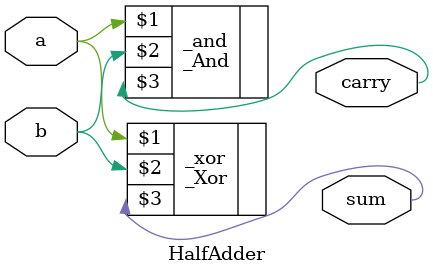
<source format=v>
module HalfAdder(
    input a, b,
    output sum, carry
);

    _Xor _xor(a, b, sum);
    _And _and(a, b, carry);


endmodule
</source>
